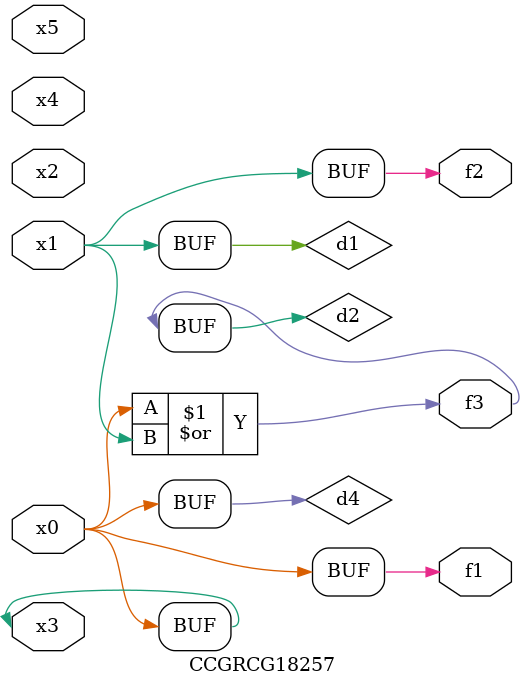
<source format=v>
module CCGRCG18257(
	input x0, x1, x2, x3, x4, x5,
	output f1, f2, f3
);

	wire d1, d2, d3, d4;

	and (d1, x1);
	or (d2, x0, x1);
	nand (d3, x0, x5);
	buf (d4, x0, x3);
	assign f1 = d4;
	assign f2 = d1;
	assign f3 = d2;
endmodule

</source>
